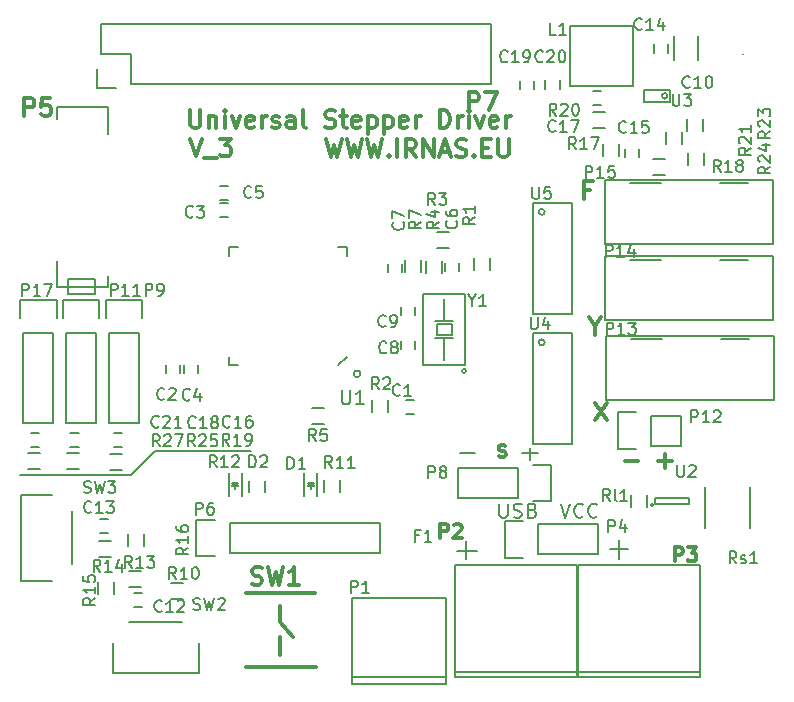
<source format=gto>
G04 #@! TF.FileFunction,Legend,Top*
%FSLAX46Y46*%
G04 Gerber Fmt 4.6, Leading zero omitted, Abs format (unit mm)*
G04 Created by KiCad (PCBNEW 4.0.2-stable) date 4/21/2016 11:26:25 AM*
%MOMM*%
G01*
G04 APERTURE LIST*
%ADD10C,0.100000*%
%ADD11C,0.300000*%
%ADD12C,0.200000*%
%ADD13C,0.150000*%
G04 APERTURE END LIST*
D10*
D11*
X16756286Y47049429D02*
X17256286Y45549429D01*
X17756286Y47049429D01*
X17899143Y45406571D02*
X19042000Y45406571D01*
X19256286Y47049429D02*
X20184857Y47049429D01*
X19684857Y46478000D01*
X19899143Y46478000D01*
X20042000Y46406571D01*
X20113429Y46335143D01*
X20184857Y46192286D01*
X20184857Y45835143D01*
X20113429Y45692286D01*
X20042000Y45620857D01*
X19899143Y45549429D01*
X19470571Y45549429D01*
X19327714Y45620857D01*
X19256286Y45692286D01*
X28282285Y46985929D02*
X28639428Y45485929D01*
X28925142Y46557357D01*
X29210856Y45485929D01*
X29567999Y46985929D01*
X29996571Y46985929D02*
X30353714Y45485929D01*
X30639428Y46557357D01*
X30925142Y45485929D01*
X31282285Y46985929D01*
X31710857Y46985929D02*
X32068000Y45485929D01*
X32353714Y46557357D01*
X32639428Y45485929D01*
X32996571Y46985929D01*
X33568000Y45628786D02*
X33639428Y45557357D01*
X33568000Y45485929D01*
X33496571Y45557357D01*
X33568000Y45628786D01*
X33568000Y45485929D01*
X34282286Y45485929D02*
X34282286Y46985929D01*
X35853715Y45485929D02*
X35353715Y46200214D01*
X34996572Y45485929D02*
X34996572Y46985929D01*
X35568000Y46985929D01*
X35710858Y46914500D01*
X35782286Y46843071D01*
X35853715Y46700214D01*
X35853715Y46485929D01*
X35782286Y46343071D01*
X35710858Y46271643D01*
X35568000Y46200214D01*
X34996572Y46200214D01*
X36496572Y45485929D02*
X36496572Y46985929D01*
X37353715Y45485929D01*
X37353715Y46985929D01*
X37996572Y45914500D02*
X38710858Y45914500D01*
X37853715Y45485929D02*
X38353715Y46985929D01*
X38853715Y45485929D01*
X39282286Y45557357D02*
X39496572Y45485929D01*
X39853715Y45485929D01*
X39996572Y45557357D01*
X40068001Y45628786D01*
X40139429Y45771643D01*
X40139429Y45914500D01*
X40068001Y46057357D01*
X39996572Y46128786D01*
X39853715Y46200214D01*
X39568001Y46271643D01*
X39425143Y46343071D01*
X39353715Y46414500D01*
X39282286Y46557357D01*
X39282286Y46700214D01*
X39353715Y46843071D01*
X39425143Y46914500D01*
X39568001Y46985929D01*
X39925143Y46985929D01*
X40139429Y46914500D01*
X40782286Y45628786D02*
X40853714Y45557357D01*
X40782286Y45485929D01*
X40710857Y45557357D01*
X40782286Y45628786D01*
X40782286Y45485929D01*
X41496572Y46271643D02*
X41996572Y46271643D01*
X42210858Y45485929D02*
X41496572Y45485929D01*
X41496572Y46985929D01*
X42210858Y46985929D01*
X42853715Y46985929D02*
X42853715Y45771643D01*
X42925143Y45628786D01*
X42996572Y45557357D01*
X43139429Y45485929D01*
X43425143Y45485929D01*
X43568001Y45557357D01*
X43639429Y45628786D01*
X43710858Y45771643D01*
X43710858Y46985929D01*
X16761716Y49462429D02*
X16761716Y48248143D01*
X16833144Y48105286D01*
X16904573Y48033857D01*
X17047430Y47962429D01*
X17333144Y47962429D01*
X17476002Y48033857D01*
X17547430Y48105286D01*
X17618859Y48248143D01*
X17618859Y49462429D01*
X18333145Y48962429D02*
X18333145Y47962429D01*
X18333145Y48819571D02*
X18404573Y48891000D01*
X18547431Y48962429D01*
X18761716Y48962429D01*
X18904573Y48891000D01*
X18976002Y48748143D01*
X18976002Y47962429D01*
X19690288Y47962429D02*
X19690288Y48962429D01*
X19690288Y49462429D02*
X19618859Y49391000D01*
X19690288Y49319571D01*
X19761716Y49391000D01*
X19690288Y49462429D01*
X19690288Y49319571D01*
X20261717Y48962429D02*
X20618860Y47962429D01*
X20976002Y48962429D01*
X22118859Y48033857D02*
X21976002Y47962429D01*
X21690288Y47962429D01*
X21547431Y48033857D01*
X21476002Y48176714D01*
X21476002Y48748143D01*
X21547431Y48891000D01*
X21690288Y48962429D01*
X21976002Y48962429D01*
X22118859Y48891000D01*
X22190288Y48748143D01*
X22190288Y48605286D01*
X21476002Y48462429D01*
X22833145Y47962429D02*
X22833145Y48962429D01*
X22833145Y48676714D02*
X22904573Y48819571D01*
X22976002Y48891000D01*
X23118859Y48962429D01*
X23261716Y48962429D01*
X23690287Y48033857D02*
X23833144Y47962429D01*
X24118859Y47962429D01*
X24261716Y48033857D01*
X24333144Y48176714D01*
X24333144Y48248143D01*
X24261716Y48391000D01*
X24118859Y48462429D01*
X23904573Y48462429D01*
X23761716Y48533857D01*
X23690287Y48676714D01*
X23690287Y48748143D01*
X23761716Y48891000D01*
X23904573Y48962429D01*
X24118859Y48962429D01*
X24261716Y48891000D01*
X25618859Y47962429D02*
X25618859Y48748143D01*
X25547430Y48891000D01*
X25404573Y48962429D01*
X25118859Y48962429D01*
X24976002Y48891000D01*
X25618859Y48033857D02*
X25476002Y47962429D01*
X25118859Y47962429D01*
X24976002Y48033857D01*
X24904573Y48176714D01*
X24904573Y48319571D01*
X24976002Y48462429D01*
X25118859Y48533857D01*
X25476002Y48533857D01*
X25618859Y48605286D01*
X26547431Y47962429D02*
X26404573Y48033857D01*
X26333145Y48176714D01*
X26333145Y49462429D01*
X28190287Y48033857D02*
X28404573Y47962429D01*
X28761716Y47962429D01*
X28904573Y48033857D01*
X28976002Y48105286D01*
X29047430Y48248143D01*
X29047430Y48391000D01*
X28976002Y48533857D01*
X28904573Y48605286D01*
X28761716Y48676714D01*
X28476002Y48748143D01*
X28333144Y48819571D01*
X28261716Y48891000D01*
X28190287Y49033857D01*
X28190287Y49176714D01*
X28261716Y49319571D01*
X28333144Y49391000D01*
X28476002Y49462429D01*
X28833144Y49462429D01*
X29047430Y49391000D01*
X29476001Y48962429D02*
X30047430Y48962429D01*
X29690287Y49462429D02*
X29690287Y48176714D01*
X29761715Y48033857D01*
X29904573Y47962429D01*
X30047430Y47962429D01*
X31118858Y48033857D02*
X30976001Y47962429D01*
X30690287Y47962429D01*
X30547430Y48033857D01*
X30476001Y48176714D01*
X30476001Y48748143D01*
X30547430Y48891000D01*
X30690287Y48962429D01*
X30976001Y48962429D01*
X31118858Y48891000D01*
X31190287Y48748143D01*
X31190287Y48605286D01*
X30476001Y48462429D01*
X31833144Y48962429D02*
X31833144Y47462429D01*
X31833144Y48891000D02*
X31976001Y48962429D01*
X32261715Y48962429D01*
X32404572Y48891000D01*
X32476001Y48819571D01*
X32547430Y48676714D01*
X32547430Y48248143D01*
X32476001Y48105286D01*
X32404572Y48033857D01*
X32261715Y47962429D01*
X31976001Y47962429D01*
X31833144Y48033857D01*
X33190287Y48962429D02*
X33190287Y47462429D01*
X33190287Y48891000D02*
X33333144Y48962429D01*
X33618858Y48962429D01*
X33761715Y48891000D01*
X33833144Y48819571D01*
X33904573Y48676714D01*
X33904573Y48248143D01*
X33833144Y48105286D01*
X33761715Y48033857D01*
X33618858Y47962429D01*
X33333144Y47962429D01*
X33190287Y48033857D01*
X35118858Y48033857D02*
X34976001Y47962429D01*
X34690287Y47962429D01*
X34547430Y48033857D01*
X34476001Y48176714D01*
X34476001Y48748143D01*
X34547430Y48891000D01*
X34690287Y48962429D01*
X34976001Y48962429D01*
X35118858Y48891000D01*
X35190287Y48748143D01*
X35190287Y48605286D01*
X34476001Y48462429D01*
X35833144Y47962429D02*
X35833144Y48962429D01*
X35833144Y48676714D02*
X35904572Y48819571D01*
X35976001Y48891000D01*
X36118858Y48962429D01*
X36261715Y48962429D01*
X37904572Y47962429D02*
X37904572Y49462429D01*
X38261715Y49462429D01*
X38476000Y49391000D01*
X38618858Y49248143D01*
X38690286Y49105286D01*
X38761715Y48819571D01*
X38761715Y48605286D01*
X38690286Y48319571D01*
X38618858Y48176714D01*
X38476000Y48033857D01*
X38261715Y47962429D01*
X37904572Y47962429D01*
X39404572Y47962429D02*
X39404572Y48962429D01*
X39404572Y48676714D02*
X39476000Y48819571D01*
X39547429Y48891000D01*
X39690286Y48962429D01*
X39833143Y48962429D01*
X40333143Y47962429D02*
X40333143Y48962429D01*
X40333143Y49462429D02*
X40261714Y49391000D01*
X40333143Y49319571D01*
X40404571Y49391000D01*
X40333143Y49462429D01*
X40333143Y49319571D01*
X40904572Y48962429D02*
X41261715Y47962429D01*
X41618857Y48962429D01*
X42761714Y48033857D02*
X42618857Y47962429D01*
X42333143Y47962429D01*
X42190286Y48033857D01*
X42118857Y48176714D01*
X42118857Y48748143D01*
X42190286Y48891000D01*
X42333143Y48962429D01*
X42618857Y48962429D01*
X42761714Y48891000D01*
X42833143Y48748143D01*
X42833143Y48605286D01*
X42118857Y48462429D01*
X43476000Y47962429D02*
X43476000Y48962429D01*
X43476000Y48676714D02*
X43547428Y48819571D01*
X43618857Y48891000D01*
X43761714Y48962429D01*
X43904571Y48962429D01*
X53530572Y19768357D02*
X54673429Y19768357D01*
X56388072Y19768357D02*
X57530929Y19768357D01*
X56959500Y19196929D02*
X56959500Y20339786D01*
D12*
X48120501Y16151143D02*
X48520501Y14951143D01*
X48920501Y16151143D01*
X50006215Y15065429D02*
X49949072Y15008286D01*
X49777643Y14951143D01*
X49663357Y14951143D01*
X49491929Y15008286D01*
X49377643Y15122571D01*
X49320500Y15236857D01*
X49263357Y15465429D01*
X49263357Y15636857D01*
X49320500Y15865429D01*
X49377643Y15979714D01*
X49491929Y16094000D01*
X49663357Y16151143D01*
X49777643Y16151143D01*
X49949072Y16094000D01*
X50006215Y16036857D01*
X51206215Y15065429D02*
X51149072Y15008286D01*
X50977643Y14951143D01*
X50863357Y14951143D01*
X50691929Y15008286D01*
X50577643Y15122571D01*
X50520500Y15236857D01*
X50463357Y15465429D01*
X50463357Y15636857D01*
X50520500Y15865429D01*
X50577643Y15979714D01*
X50691929Y16094000D01*
X50863357Y16151143D01*
X50977643Y16151143D01*
X51149072Y16094000D01*
X51206215Y16036857D01*
X42935714Y16151143D02*
X42935714Y15179714D01*
X42992857Y15065429D01*
X43050000Y15008286D01*
X43164286Y14951143D01*
X43392857Y14951143D01*
X43507143Y15008286D01*
X43564286Y15065429D01*
X43621429Y15179714D01*
X43621429Y16151143D01*
X44135714Y15008286D02*
X44307143Y14951143D01*
X44592857Y14951143D01*
X44707143Y15008286D01*
X44764286Y15065429D01*
X44821429Y15179714D01*
X44821429Y15294000D01*
X44764286Y15408286D01*
X44707143Y15465429D01*
X44592857Y15522571D01*
X44364286Y15579714D01*
X44250000Y15636857D01*
X44192857Y15694000D01*
X44135714Y15808286D01*
X44135714Y15922571D01*
X44192857Y16036857D01*
X44250000Y16094000D01*
X44364286Y16151143D01*
X44650000Y16151143D01*
X44821429Y16094000D01*
X45735714Y15579714D02*
X45907143Y15522571D01*
X45964286Y15465429D01*
X46021429Y15351143D01*
X46021429Y15179714D01*
X45964286Y15065429D01*
X45907143Y15008286D01*
X45792857Y14951143D01*
X45335714Y14951143D01*
X45335714Y16151143D01*
X45735714Y16151143D01*
X45850000Y16094000D01*
X45907143Y16036857D01*
X45964286Y15922571D01*
X45964286Y15808286D01*
X45907143Y15694000D01*
X45850000Y15636857D01*
X45735714Y15579714D01*
X45335714Y15579714D01*
D11*
X42858571Y20157357D02*
X43001428Y20085929D01*
X43287143Y20085929D01*
X43430000Y20157357D01*
X43501428Y20300214D01*
X43501428Y20371643D01*
X43430000Y20514500D01*
X43287143Y20585929D01*
X43072857Y20585929D01*
X42930000Y20657357D01*
X42858571Y20800214D01*
X42858571Y20871643D01*
X42930000Y21014500D01*
X43072857Y21085929D01*
X43287143Y21085929D01*
X43430000Y21014500D01*
D12*
X39560500Y20447000D02*
X40894000Y20447000D01*
X44831000Y20447000D02*
X46164500Y20447000D01*
X45529500Y20891500D02*
X45529500Y19875500D01*
D11*
X50998501Y24697429D02*
X51998501Y23197429D01*
X51998501Y24697429D02*
X50998501Y23197429D01*
X51054000Y31150714D02*
X51054000Y30436429D01*
X50554000Y31936429D02*
X51054000Y31150714D01*
X51554000Y31936429D01*
X50633286Y42715643D02*
X50133286Y42715643D01*
X50133286Y41929929D02*
X50133286Y43429929D01*
X50847572Y43429929D01*
D12*
X40132000Y13017500D02*
X40132000Y11430000D01*
X39306500Y12128500D02*
X41021000Y12128500D01*
X53086000Y13081000D02*
X53086000Y11493500D01*
X52324000Y12319000D02*
X53848000Y12319000D01*
X59499500Y12192000D02*
X59499500Y12128500D01*
X13779500Y20637500D02*
X21907500Y20637500D01*
X11747500Y18605500D02*
X2349500Y18605500D01*
X13779500Y20637500D02*
X11747500Y18605500D01*
X63589500Y54192500D02*
X63589500Y54256000D01*
D13*
X34982000Y24947500D02*
X35682000Y24947500D01*
X35682000Y23747500D02*
X34982000Y23747500D01*
X14703500Y27209000D02*
X14703500Y27909000D01*
X15903500Y27909000D02*
X15903500Y27209000D01*
X19234000Y41584500D02*
X19934000Y41584500D01*
X19934000Y40384500D02*
X19234000Y40384500D01*
X16227500Y27209000D02*
X16227500Y27909000D01*
X17427500Y27909000D02*
X17427500Y27209000D01*
X19234000Y43045000D02*
X19934000Y43045000D01*
X19934000Y41845000D02*
X19234000Y41845000D01*
X39488000Y36508500D02*
X39488000Y35808500D01*
X38288000Y35808500D02*
X38288000Y36508500D01*
X33462000Y35745000D02*
X33462000Y36445000D01*
X34662000Y36445000D02*
X34662000Y35745000D01*
X35805000Y29904500D02*
X35805000Y29204500D01*
X34605000Y29204500D02*
X34605000Y29904500D01*
X34605000Y32125500D02*
X34605000Y32825500D01*
X35805000Y32825500D02*
X35805000Y32125500D01*
X12695000Y7428000D02*
X11995000Y7428000D01*
X11995000Y8628000D02*
X12695000Y8628000D01*
X9074000Y14851000D02*
X9774000Y14851000D01*
X9774000Y13651000D02*
X9074000Y13651000D01*
X56004500Y54337800D02*
X56004500Y55037800D01*
X57204500Y55037800D02*
X57204500Y54337800D01*
X54728000Y46160500D02*
X54728000Y45460500D01*
X53528000Y45460500D02*
X53528000Y46160500D01*
X10280500Y22153500D02*
X10980500Y22153500D01*
X10980500Y20953500D02*
X10280500Y20953500D01*
X51557000Y49909500D02*
X50857000Y49909500D01*
X50857000Y51109500D02*
X51557000Y51109500D01*
X6597500Y22153500D02*
X7297500Y22153500D01*
X7297500Y20953500D02*
X6597500Y20953500D01*
X45891340Y51966940D02*
X45891340Y51266940D01*
X44691340Y51266940D02*
X44691340Y51966940D01*
X48024940Y51997420D02*
X48024940Y51297420D01*
X46824940Y51297420D02*
X46824940Y51997420D01*
X3232000Y22153500D02*
X3932000Y22153500D01*
X3932000Y20953500D02*
X3232000Y20953500D01*
X26400000Y18716500D02*
X26400000Y16816500D01*
X27500000Y18716500D02*
X27500000Y16816500D01*
X26950000Y17816500D02*
X26950000Y17366500D01*
X27200000Y17866500D02*
X26700000Y17866500D01*
X26950000Y17866500D02*
X27200000Y17616500D01*
X27200000Y17616500D02*
X26700000Y17616500D01*
X26700000Y17616500D02*
X26950000Y17866500D01*
X20022060Y18719040D02*
X20022060Y16819040D01*
X21122060Y18719040D02*
X21122060Y16819040D01*
X20572060Y17819040D02*
X20572060Y17369040D01*
X20822060Y17869040D02*
X20322060Y17869040D01*
X20572060Y17869040D02*
X20822060Y17619040D01*
X20822060Y17619040D02*
X20322060Y17619040D01*
X20322060Y17619040D02*
X20572060Y17869040D01*
X54211820Y56331180D02*
X54211820Y56585180D01*
X54211820Y56585180D02*
X53957820Y56585180D01*
X49131820Y56585180D02*
X48877820Y56585180D01*
X48877820Y56585180D02*
X48877820Y56331180D01*
X49131820Y51505180D02*
X48877820Y51505180D01*
X48877820Y51505180D02*
X48877820Y51759180D01*
X54211820Y51759180D02*
X54211820Y51505180D01*
X54211820Y51505180D02*
X53957820Y51505180D01*
X53957820Y51505180D02*
X49131820Y51505180D01*
X48877820Y51759180D02*
X48877820Y56331180D01*
X49131820Y56585180D02*
X53957820Y56585180D01*
X54211820Y56331180D02*
X54211820Y51759180D01*
X30443000Y848500D02*
X38443000Y848500D01*
X30443000Y8168500D02*
X38443000Y8168500D01*
X38443000Y8168500D02*
X38443000Y848500D01*
X38443000Y1468500D02*
X30443000Y1468500D01*
X30443000Y848500D02*
X30443000Y8168500D01*
D12*
X39182000Y1936500D02*
X49482000Y1936500D01*
X39182000Y1436500D02*
X49482000Y1436500D01*
X49482000Y10936500D02*
X39182000Y10936500D01*
X39182000Y10936500D02*
X39182000Y1436500D01*
X49482000Y10936500D02*
X49482000Y1436500D01*
X49596000Y1936500D02*
X59896000Y1936500D01*
X49596000Y1436500D02*
X59896000Y1436500D01*
X59896000Y10936500D02*
X49596000Y10936500D01*
X49596000Y10936500D02*
X49596000Y1436500D01*
X59896000Y10936500D02*
X59896000Y1436500D01*
D13*
X46231140Y11858320D02*
X51311140Y11858320D01*
X51311140Y11858320D02*
X51311140Y14398320D01*
X51311140Y14398320D02*
X46231140Y14398320D01*
X43411140Y14678320D02*
X44961140Y14678320D01*
X46231140Y14398320D02*
X46231140Y11858320D01*
X44961140Y11578320D02*
X43411140Y11578320D01*
X43411140Y11578320D02*
X43411140Y14678320D01*
X5487000Y48731500D02*
X5487000Y49747500D01*
X5487000Y49747500D02*
X9805000Y49747500D01*
X9805000Y47461500D02*
X9805000Y49747500D01*
X6376000Y34507500D02*
X6376000Y35142500D01*
X6376000Y35142500D02*
X8662000Y35142500D01*
X8662000Y35142500D02*
X8662000Y33872500D01*
X8662000Y33872500D02*
X6376000Y33872500D01*
X6376000Y33872500D02*
X6376000Y34507500D01*
X9805000Y35396500D02*
X9805000Y34507500D01*
X9805000Y34507500D02*
X5487000Y34507500D01*
X5487000Y34507500D02*
X5487000Y36666500D01*
X20092000Y14505000D02*
X32792000Y14505000D01*
X32792000Y14505000D02*
X32792000Y11965000D01*
X32792000Y11965000D02*
X20092000Y11965000D01*
X17272000Y14785000D02*
X18822000Y14785000D01*
X20092000Y14505000D02*
X20092000Y11965000D01*
X18822000Y11685000D02*
X17272000Y11685000D01*
X17272000Y11685000D02*
X17272000Y14785000D01*
X9170000Y56732500D02*
X42190000Y56732500D01*
X11710000Y51652500D02*
X42190000Y51652500D01*
X42190000Y56732500D02*
X42190000Y51652500D01*
X9170000Y56732500D02*
X9170000Y54192500D01*
X8890000Y52922500D02*
X8890000Y51372500D01*
X9170000Y54192500D02*
X11710000Y54192500D01*
X11710000Y54192500D02*
X11710000Y51652500D01*
X8890000Y51372500D02*
X10440000Y51372500D01*
X44513500Y19177000D02*
X39433500Y19177000D01*
X39433500Y19177000D02*
X39433500Y16637000D01*
X39433500Y16637000D02*
X44513500Y16637000D01*
X47333500Y16357000D02*
X45783500Y16357000D01*
X44513500Y16637000D02*
X44513500Y19177000D01*
X45783500Y19457000D02*
X47333500Y19457000D01*
X47333500Y19457000D02*
X47333500Y16357000D01*
X9868500Y30570500D02*
X9868500Y22950500D01*
X12408500Y30570500D02*
X12408500Y22950500D01*
X12688500Y33390500D02*
X12688500Y31840500D01*
X9868500Y22950500D02*
X12408500Y22950500D01*
X12408500Y30570500D02*
X9868500Y30570500D01*
X9588500Y31840500D02*
X9588500Y33390500D01*
X9588500Y33390500D02*
X12688500Y33390500D01*
X6249000Y30570500D02*
X6249000Y22950500D01*
X8789000Y30570500D02*
X8789000Y22950500D01*
X9069000Y33390500D02*
X9069000Y31840500D01*
X6249000Y22950500D02*
X8789000Y22950500D01*
X8789000Y30570500D02*
X6249000Y30570500D01*
X5969000Y31840500D02*
X5969000Y33390500D01*
X5969000Y33390500D02*
X9069000Y33390500D01*
X55753600Y23610900D02*
X58293600Y23610900D01*
X52933600Y23890900D02*
X54483600Y23890900D01*
X55753600Y23610900D02*
X55753600Y21070900D01*
X54483600Y20790900D02*
X52933600Y20790900D01*
X52933600Y20790900D02*
X52933600Y23890900D01*
X55753600Y21070900D02*
X58293600Y21070900D01*
X58293600Y21070900D02*
X58293600Y23610900D01*
X64102600Y30049500D02*
X61702600Y30049500D01*
X54102600Y30049500D02*
X56702600Y30049500D01*
X66212600Y30349500D02*
X66212600Y24949500D01*
X51992600Y30349500D02*
X66212600Y30349500D01*
X66212600Y24949500D02*
X51992600Y24949500D01*
X51992600Y30349500D02*
X51992600Y24949500D01*
X64001000Y36780500D02*
X61601000Y36780500D01*
X54001000Y36780500D02*
X56601000Y36780500D01*
X66111000Y37080500D02*
X66111000Y31680500D01*
X51891000Y37080500D02*
X66111000Y37080500D01*
X66111000Y31680500D02*
X51891000Y31680500D01*
X51891000Y37080500D02*
X51891000Y31680500D01*
X64001000Y43257500D02*
X61601000Y43257500D01*
X54001000Y43257500D02*
X56601000Y43257500D01*
X66111000Y43557500D02*
X66111000Y38157500D01*
X51891000Y43557500D02*
X66111000Y43557500D01*
X66111000Y38157500D02*
X51891000Y38157500D01*
X51891000Y43557500D02*
X51891000Y38157500D01*
X2629500Y30570500D02*
X2629500Y22950500D01*
X5169500Y30570500D02*
X5169500Y22950500D01*
X5449500Y33390500D02*
X5449500Y31840500D01*
X2629500Y22950500D02*
X5169500Y22950500D01*
X5169500Y30570500D02*
X2629500Y30570500D01*
X2349500Y31840500D02*
X2349500Y33390500D01*
X2349500Y33390500D02*
X5449500Y33390500D01*
X42103000Y36912500D02*
X42103000Y35912500D01*
X40753000Y35912500D02*
X40753000Y36912500D01*
X32154500Y23947500D02*
X32154500Y24947500D01*
X33504500Y24947500D02*
X33504500Y23947500D01*
X37626000Y39119500D02*
X38626000Y39119500D01*
X38626000Y37769500D02*
X37626000Y37769500D01*
X38039000Y36658500D02*
X38039000Y35658500D01*
X36689000Y35658500D02*
X36689000Y36658500D01*
X27085000Y24260500D02*
X28085000Y24260500D01*
X28085000Y22910500D02*
X27085000Y22910500D01*
X34911000Y35785500D02*
X34911000Y36785500D01*
X36261000Y36785500D02*
X36261000Y35785500D01*
X16147000Y8115000D02*
X15147000Y8115000D01*
X15147000Y9465000D02*
X16147000Y9465000D01*
X28116500Y17116500D02*
X28116500Y18116500D01*
X29466500Y18116500D02*
X29466500Y17116500D01*
X23078400Y18096180D02*
X23078400Y17096180D01*
X21728400Y17096180D02*
X21728400Y18096180D01*
X12591000Y9131000D02*
X11591000Y9131000D01*
X11591000Y10481000D02*
X12591000Y10481000D01*
X9051000Y13021000D02*
X10051000Y13021000D01*
X10051000Y11671000D02*
X9051000Y11671000D01*
X8939500Y8480500D02*
X8939500Y9480500D01*
X10289500Y9480500D02*
X10289500Y8480500D01*
X12829500Y13608000D02*
X12829500Y12608000D01*
X11479500Y12608000D02*
X11479500Y13608000D01*
X53025000Y46564500D02*
X53025000Y45564500D01*
X51675000Y45564500D02*
X51675000Y46564500D01*
X55914000Y45342500D02*
X56914000Y45342500D01*
X56914000Y43992500D02*
X55914000Y43992500D01*
X9940000Y20387000D02*
X10940000Y20387000D01*
X10940000Y19037000D02*
X9940000Y19037000D01*
X51834000Y47929500D02*
X50834000Y47929500D01*
X50834000Y49279500D02*
X51834000Y49279500D01*
X58359000Y47580500D02*
X58359000Y46580500D01*
X57009000Y46580500D02*
X57009000Y47580500D01*
X60137000Y48723500D02*
X60137000Y47723500D01*
X58787000Y47723500D02*
X58787000Y48723500D01*
X60264000Y45802500D02*
X60264000Y44802500D01*
X58914000Y44802500D02*
X58914000Y45802500D01*
X6320500Y20450500D02*
X7320500Y20450500D01*
X7320500Y19100500D02*
X6320500Y19100500D01*
X3018500Y20450500D02*
X4018500Y20450500D01*
X4018500Y19100500D02*
X3018500Y19100500D01*
X55438000Y16846500D02*
X55438000Y15846500D01*
X54088000Y15846500D02*
X54088000Y16846500D01*
X60376400Y17565700D02*
X60376400Y14111300D01*
X64135600Y17565700D02*
X64135600Y14111300D01*
X31170981Y27141500D02*
G75*
G03X31170981Y27141500I-283981J0D01*
G01*
X30045000Y28606500D02*
X29295000Y27856500D01*
X20795000Y27856500D02*
X20045000Y27856500D01*
X20045000Y27856500D02*
X20045000Y28606500D01*
X29295000Y37856500D02*
X30045000Y37856500D01*
X30045000Y37856500D02*
X30045000Y37106500D01*
X20795000Y37856500D02*
X20045000Y37856500D01*
X20045000Y37856500D02*
X20045000Y37106500D01*
X55957000Y16046500D02*
G75*
G03X55957000Y16046500I-100000J0D01*
G01*
X56107000Y16596500D02*
X56107000Y16096500D01*
X59007000Y16596500D02*
X56107000Y16596500D01*
X59007000Y16096500D02*
X59007000Y16596500D01*
X56107000Y16096500D02*
X59007000Y16096500D01*
X57149467Y50677140D02*
G75*
G03X57149467Y50677140I-230007J0D01*
G01*
X57351260Y51210540D02*
X55166860Y51210540D01*
X55166860Y51210540D02*
X55166860Y50143740D01*
X55166860Y50143740D02*
X57351260Y50143740D01*
X57351260Y50143740D02*
X57351260Y51210540D01*
X46762000Y29808500D02*
G75*
G03X46762000Y29808500I-254000J0D01*
G01*
X45746000Y30570500D02*
X45746000Y21172500D01*
X45746000Y21172500D02*
X49048000Y21172500D01*
X49048000Y21172500D02*
X49048000Y30570500D01*
X49048000Y30570500D02*
X45746000Y30570500D01*
X46762000Y40857500D02*
G75*
G03X46762000Y40857500I-254000J0D01*
G01*
X45746000Y41619500D02*
X45746000Y32221500D01*
X45746000Y32221500D02*
X49048000Y32221500D01*
X49048000Y32221500D02*
X49048000Y41619500D01*
X49048000Y41619500D02*
X45746000Y41619500D01*
X40083605Y27395500D02*
G75*
G03X40083605Y27395500I-179605J0D01*
G01*
X36475000Y27903500D02*
X36475000Y33872500D01*
X36475000Y33872500D02*
X40031000Y33872500D01*
X40031000Y33872500D02*
X40031000Y27903500D01*
X40031000Y27903500D02*
X36475000Y27903500D01*
X37618000Y30443500D02*
X38888000Y30443500D01*
X38888000Y30443500D02*
X38888000Y31332500D01*
X38888000Y31332500D02*
X37618000Y31332500D01*
X37618000Y31332500D02*
X37618000Y30443500D01*
X38253000Y31586500D02*
X38253000Y33491500D01*
X37491000Y31586500D02*
X39015000Y31586500D01*
X39015000Y30189500D02*
X38253000Y30189500D01*
X38253000Y28284500D02*
X38253000Y30189500D01*
X38253000Y30189500D02*
X37491000Y30189500D01*
X17488500Y1805000D02*
X10191500Y1805000D01*
X10191500Y1805000D02*
X10191500Y4375000D01*
X16091500Y6105000D02*
X11591500Y6105000D01*
X17488500Y1805000D02*
X17488500Y4375000D01*
X2439000Y9615500D02*
X2439000Y16912500D01*
X2439000Y16912500D02*
X5009000Y16912500D01*
X6739000Y11012500D02*
X6739000Y15512500D01*
X2439000Y9615500D02*
X5009000Y9615500D01*
D11*
X21489000Y8556500D02*
X27289000Y8556500D01*
X21489000Y2356500D02*
X27389000Y2356500D01*
X24389000Y7456500D02*
X24389000Y6156500D01*
X24389000Y6156500D02*
X25489000Y4856500D01*
X24389000Y4856500D02*
X24389000Y3356500D01*
D13*
X57712500Y55737000D02*
X57712500Y53737000D01*
X59762500Y53737000D02*
X59762500Y55737000D01*
X34504334Y25360357D02*
X34456715Y25312738D01*
X34313858Y25265119D01*
X34218620Y25265119D01*
X34075762Y25312738D01*
X33980524Y25407976D01*
X33932905Y25503214D01*
X33885286Y25693690D01*
X33885286Y25836548D01*
X33932905Y26027024D01*
X33980524Y26122262D01*
X34075762Y26217500D01*
X34218620Y26265119D01*
X34313858Y26265119D01*
X34456715Y26217500D01*
X34504334Y26169881D01*
X35456715Y25265119D02*
X34885286Y25265119D01*
X35171000Y25265119D02*
X35171000Y26265119D01*
X35075762Y26122262D01*
X34980524Y26027024D01*
X34885286Y25979405D01*
X14565334Y25042857D02*
X14517715Y24995238D01*
X14374858Y24947619D01*
X14279620Y24947619D01*
X14136762Y24995238D01*
X14041524Y25090476D01*
X13993905Y25185714D01*
X13946286Y25376190D01*
X13946286Y25519048D01*
X13993905Y25709524D01*
X14041524Y25804762D01*
X14136762Y25900000D01*
X14279620Y25947619D01*
X14374858Y25947619D01*
X14517715Y25900000D01*
X14565334Y25852381D01*
X14946286Y25852381D02*
X14993905Y25900000D01*
X15089143Y25947619D01*
X15327239Y25947619D01*
X15422477Y25900000D01*
X15470096Y25852381D01*
X15517715Y25757143D01*
X15517715Y25661905D01*
X15470096Y25519048D01*
X14898667Y24947619D01*
X15517715Y24947619D01*
X16978334Y40473357D02*
X16930715Y40425738D01*
X16787858Y40378119D01*
X16692620Y40378119D01*
X16549762Y40425738D01*
X16454524Y40520976D01*
X16406905Y40616214D01*
X16359286Y40806690D01*
X16359286Y40949548D01*
X16406905Y41140024D01*
X16454524Y41235262D01*
X16549762Y41330500D01*
X16692620Y41378119D01*
X16787858Y41378119D01*
X16930715Y41330500D01*
X16978334Y41282881D01*
X17311667Y41378119D02*
X17930715Y41378119D01*
X17597381Y40997167D01*
X17740239Y40997167D01*
X17835477Y40949548D01*
X17883096Y40901929D01*
X17930715Y40806690D01*
X17930715Y40568595D01*
X17883096Y40473357D01*
X17835477Y40425738D01*
X17740239Y40378119D01*
X17454524Y40378119D01*
X17359286Y40425738D01*
X17311667Y40473357D01*
X16724334Y24979357D02*
X16676715Y24931738D01*
X16533858Y24884119D01*
X16438620Y24884119D01*
X16295762Y24931738D01*
X16200524Y25026976D01*
X16152905Y25122214D01*
X16105286Y25312690D01*
X16105286Y25455548D01*
X16152905Y25646024D01*
X16200524Y25741262D01*
X16295762Y25836500D01*
X16438620Y25884119D01*
X16533858Y25884119D01*
X16676715Y25836500D01*
X16724334Y25788881D01*
X17581477Y25550786D02*
X17581477Y24884119D01*
X17343381Y25931738D02*
X17105286Y25217452D01*
X17724334Y25217452D01*
X21931334Y42124357D02*
X21883715Y42076738D01*
X21740858Y42029119D01*
X21645620Y42029119D01*
X21502762Y42076738D01*
X21407524Y42171976D01*
X21359905Y42267214D01*
X21312286Y42457690D01*
X21312286Y42600548D01*
X21359905Y42791024D01*
X21407524Y42886262D01*
X21502762Y42981500D01*
X21645620Y43029119D01*
X21740858Y43029119D01*
X21883715Y42981500D01*
X21931334Y42933881D01*
X22836096Y43029119D02*
X22359905Y43029119D01*
X22312286Y42552929D01*
X22359905Y42600548D01*
X22455143Y42648167D01*
X22693239Y42648167D01*
X22788477Y42600548D01*
X22836096Y42552929D01*
X22883715Y42457690D01*
X22883715Y42219595D01*
X22836096Y42124357D01*
X22788477Y42076738D01*
X22693239Y42029119D01*
X22455143Y42029119D01*
X22359905Y42076738D01*
X22312286Y42124357D01*
X39282643Y40092334D02*
X39330262Y40044715D01*
X39377881Y39901858D01*
X39377881Y39806620D01*
X39330262Y39663762D01*
X39235024Y39568524D01*
X39139786Y39520905D01*
X38949310Y39473286D01*
X38806452Y39473286D01*
X38615976Y39520905D01*
X38520738Y39568524D01*
X38425500Y39663762D01*
X38377881Y39806620D01*
X38377881Y39901858D01*
X38425500Y40044715D01*
X38473119Y40092334D01*
X38377881Y40949477D02*
X38377881Y40759000D01*
X38425500Y40663762D01*
X38473119Y40616143D01*
X38615976Y40520905D01*
X38806452Y40473286D01*
X39187405Y40473286D01*
X39282643Y40520905D01*
X39330262Y40568524D01*
X39377881Y40663762D01*
X39377881Y40854239D01*
X39330262Y40949477D01*
X39282643Y40997096D01*
X39187405Y41044715D01*
X38949310Y41044715D01*
X38854071Y40997096D01*
X38806452Y40949477D01*
X38758833Y40854239D01*
X38758833Y40663762D01*
X38806452Y40568524D01*
X38854071Y40520905D01*
X38949310Y40473286D01*
X34774143Y39965334D02*
X34821762Y39917715D01*
X34869381Y39774858D01*
X34869381Y39679620D01*
X34821762Y39536762D01*
X34726524Y39441524D01*
X34631286Y39393905D01*
X34440810Y39346286D01*
X34297952Y39346286D01*
X34107476Y39393905D01*
X34012238Y39441524D01*
X33917000Y39536762D01*
X33869381Y39679620D01*
X33869381Y39774858D01*
X33917000Y39917715D01*
X33964619Y39965334D01*
X33869381Y40298667D02*
X33869381Y40965334D01*
X34869381Y40536762D01*
X33361334Y28979857D02*
X33313715Y28932238D01*
X33170858Y28884619D01*
X33075620Y28884619D01*
X32932762Y28932238D01*
X32837524Y29027476D01*
X32789905Y29122714D01*
X32742286Y29313190D01*
X32742286Y29456048D01*
X32789905Y29646524D01*
X32837524Y29741762D01*
X32932762Y29837000D01*
X33075620Y29884619D01*
X33170858Y29884619D01*
X33313715Y29837000D01*
X33361334Y29789381D01*
X33932762Y29456048D02*
X33837524Y29503667D01*
X33789905Y29551286D01*
X33742286Y29646524D01*
X33742286Y29694143D01*
X33789905Y29789381D01*
X33837524Y29837000D01*
X33932762Y29884619D01*
X34123239Y29884619D01*
X34218477Y29837000D01*
X34266096Y29789381D01*
X34313715Y29694143D01*
X34313715Y29646524D01*
X34266096Y29551286D01*
X34218477Y29503667D01*
X34123239Y29456048D01*
X33932762Y29456048D01*
X33837524Y29408429D01*
X33789905Y29360810D01*
X33742286Y29265571D01*
X33742286Y29075095D01*
X33789905Y28979857D01*
X33837524Y28932238D01*
X33932762Y28884619D01*
X34123239Y28884619D01*
X34218477Y28932238D01*
X34266096Y28979857D01*
X34313715Y29075095D01*
X34313715Y29265571D01*
X34266096Y29360810D01*
X34218477Y29408429D01*
X34123239Y29456048D01*
X33297834Y31202357D02*
X33250215Y31154738D01*
X33107358Y31107119D01*
X33012120Y31107119D01*
X32869262Y31154738D01*
X32774024Y31249976D01*
X32726405Y31345214D01*
X32678786Y31535690D01*
X32678786Y31678548D01*
X32726405Y31869024D01*
X32774024Y31964262D01*
X32869262Y32059500D01*
X33012120Y32107119D01*
X33107358Y32107119D01*
X33250215Y32059500D01*
X33297834Y32011881D01*
X33774024Y31107119D02*
X33964500Y31107119D01*
X34059739Y31154738D01*
X34107358Y31202357D01*
X34202596Y31345214D01*
X34250215Y31535690D01*
X34250215Y31916643D01*
X34202596Y32011881D01*
X34154977Y32059500D01*
X34059739Y32107119D01*
X33869262Y32107119D01*
X33774024Y32059500D01*
X33726405Y32011881D01*
X33678786Y31916643D01*
X33678786Y31678548D01*
X33726405Y31583310D01*
X33774024Y31535690D01*
X33869262Y31488071D01*
X34059739Y31488071D01*
X34154977Y31535690D01*
X34202596Y31583310D01*
X34250215Y31678548D01*
X14343143Y7072357D02*
X14295524Y7024738D01*
X14152667Y6977119D01*
X14057429Y6977119D01*
X13914571Y7024738D01*
X13819333Y7119976D01*
X13771714Y7215214D01*
X13724095Y7405690D01*
X13724095Y7548548D01*
X13771714Y7739024D01*
X13819333Y7834262D01*
X13914571Y7929500D01*
X14057429Y7977119D01*
X14152667Y7977119D01*
X14295524Y7929500D01*
X14343143Y7881881D01*
X15295524Y6977119D02*
X14724095Y6977119D01*
X15009809Y6977119D02*
X15009809Y7977119D01*
X14914571Y7834262D01*
X14819333Y7739024D01*
X14724095Y7691405D01*
X15676476Y7881881D02*
X15724095Y7929500D01*
X15819333Y7977119D01*
X16057429Y7977119D01*
X16152667Y7929500D01*
X16200286Y7881881D01*
X16247905Y7786643D01*
X16247905Y7691405D01*
X16200286Y7548548D01*
X15628857Y6977119D01*
X16247905Y6977119D01*
X8374143Y15454357D02*
X8326524Y15406738D01*
X8183667Y15359119D01*
X8088429Y15359119D01*
X7945571Y15406738D01*
X7850333Y15501976D01*
X7802714Y15597214D01*
X7755095Y15787690D01*
X7755095Y15930548D01*
X7802714Y16121024D01*
X7850333Y16216262D01*
X7945571Y16311500D01*
X8088429Y16359119D01*
X8183667Y16359119D01*
X8326524Y16311500D01*
X8374143Y16263881D01*
X9326524Y15359119D02*
X8755095Y15359119D01*
X9040809Y15359119D02*
X9040809Y16359119D01*
X8945571Y16216262D01*
X8850333Y16121024D01*
X8755095Y16073405D01*
X9659857Y16359119D02*
X10278905Y16359119D01*
X9945571Y15978167D01*
X10088429Y15978167D01*
X10183667Y15930548D01*
X10231286Y15882929D01*
X10278905Y15787690D01*
X10278905Y15549595D01*
X10231286Y15454357D01*
X10183667Y15406738D01*
X10088429Y15359119D01*
X9802714Y15359119D01*
X9707476Y15406738D01*
X9659857Y15454357D01*
X54983143Y56348357D02*
X54935524Y56300738D01*
X54792667Y56253119D01*
X54697429Y56253119D01*
X54554571Y56300738D01*
X54459333Y56395976D01*
X54411714Y56491214D01*
X54364095Y56681690D01*
X54364095Y56824548D01*
X54411714Y57015024D01*
X54459333Y57110262D01*
X54554571Y57205500D01*
X54697429Y57253119D01*
X54792667Y57253119D01*
X54935524Y57205500D01*
X54983143Y57157881D01*
X55935524Y56253119D02*
X55364095Y56253119D01*
X55649809Y56253119D02*
X55649809Y57253119D01*
X55554571Y57110262D01*
X55459333Y57015024D01*
X55364095Y56967405D01*
X56792667Y56919786D02*
X56792667Y56253119D01*
X56554571Y57300738D02*
X56316476Y56586452D01*
X56935524Y56586452D01*
X53649643Y47648857D02*
X53602024Y47601238D01*
X53459167Y47553619D01*
X53363929Y47553619D01*
X53221071Y47601238D01*
X53125833Y47696476D01*
X53078214Y47791714D01*
X53030595Y47982190D01*
X53030595Y48125048D01*
X53078214Y48315524D01*
X53125833Y48410762D01*
X53221071Y48506000D01*
X53363929Y48553619D01*
X53459167Y48553619D01*
X53602024Y48506000D01*
X53649643Y48458381D01*
X54602024Y47553619D02*
X54030595Y47553619D01*
X54316309Y47553619D02*
X54316309Y48553619D01*
X54221071Y48410762D01*
X54125833Y48315524D01*
X54030595Y48267905D01*
X55506786Y48553619D02*
X55030595Y48553619D01*
X54982976Y48077429D01*
X55030595Y48125048D01*
X55125833Y48172667D01*
X55363929Y48172667D01*
X55459167Y48125048D01*
X55506786Y48077429D01*
X55554405Y47982190D01*
X55554405Y47744095D01*
X55506786Y47648857D01*
X55459167Y47601238D01*
X55363929Y47553619D01*
X55125833Y47553619D01*
X55030595Y47601238D01*
X54982976Y47648857D01*
X20121643Y22693357D02*
X20074024Y22645738D01*
X19931167Y22598119D01*
X19835929Y22598119D01*
X19693071Y22645738D01*
X19597833Y22740976D01*
X19550214Y22836214D01*
X19502595Y23026690D01*
X19502595Y23169548D01*
X19550214Y23360024D01*
X19597833Y23455262D01*
X19693071Y23550500D01*
X19835929Y23598119D01*
X19931167Y23598119D01*
X20074024Y23550500D01*
X20121643Y23502881D01*
X21074024Y22598119D02*
X20502595Y22598119D01*
X20788309Y22598119D02*
X20788309Y23598119D01*
X20693071Y23455262D01*
X20597833Y23360024D01*
X20502595Y23312405D01*
X21931167Y23598119D02*
X21740690Y23598119D01*
X21645452Y23550500D01*
X21597833Y23502881D01*
X21502595Y23360024D01*
X21454976Y23169548D01*
X21454976Y22788595D01*
X21502595Y22693357D01*
X21550214Y22645738D01*
X21645452Y22598119D01*
X21835929Y22598119D01*
X21931167Y22645738D01*
X21978786Y22693357D01*
X22026405Y22788595D01*
X22026405Y23026690D01*
X21978786Y23121929D01*
X21931167Y23169548D01*
X21835929Y23217167D01*
X21645452Y23217167D01*
X21550214Y23169548D01*
X21502595Y23121929D01*
X21454976Y23026690D01*
X47680643Y47712357D02*
X47633024Y47664738D01*
X47490167Y47617119D01*
X47394929Y47617119D01*
X47252071Y47664738D01*
X47156833Y47759976D01*
X47109214Y47855214D01*
X47061595Y48045690D01*
X47061595Y48188548D01*
X47109214Y48379024D01*
X47156833Y48474262D01*
X47252071Y48569500D01*
X47394929Y48617119D01*
X47490167Y48617119D01*
X47633024Y48569500D01*
X47680643Y48521881D01*
X48633024Y47617119D02*
X48061595Y47617119D01*
X48347309Y47617119D02*
X48347309Y48617119D01*
X48252071Y48474262D01*
X48156833Y48379024D01*
X48061595Y48331405D01*
X48966357Y48617119D02*
X49633024Y48617119D01*
X49204452Y47617119D01*
X17200643Y22629857D02*
X17153024Y22582238D01*
X17010167Y22534619D01*
X16914929Y22534619D01*
X16772071Y22582238D01*
X16676833Y22677476D01*
X16629214Y22772714D01*
X16581595Y22963190D01*
X16581595Y23106048D01*
X16629214Y23296524D01*
X16676833Y23391762D01*
X16772071Y23487000D01*
X16914929Y23534619D01*
X17010167Y23534619D01*
X17153024Y23487000D01*
X17200643Y23439381D01*
X18153024Y22534619D02*
X17581595Y22534619D01*
X17867309Y22534619D02*
X17867309Y23534619D01*
X17772071Y23391762D01*
X17676833Y23296524D01*
X17581595Y23248905D01*
X18724452Y23106048D02*
X18629214Y23153667D01*
X18581595Y23201286D01*
X18533976Y23296524D01*
X18533976Y23344143D01*
X18581595Y23439381D01*
X18629214Y23487000D01*
X18724452Y23534619D01*
X18914929Y23534619D01*
X19010167Y23487000D01*
X19057786Y23439381D01*
X19105405Y23344143D01*
X19105405Y23296524D01*
X19057786Y23201286D01*
X19010167Y23153667D01*
X18914929Y23106048D01*
X18724452Y23106048D01*
X18629214Y23058429D01*
X18581595Y23010810D01*
X18533976Y22915571D01*
X18533976Y22725095D01*
X18581595Y22629857D01*
X18629214Y22582238D01*
X18724452Y22534619D01*
X18914929Y22534619D01*
X19010167Y22582238D01*
X19057786Y22629857D01*
X19105405Y22725095D01*
X19105405Y22915571D01*
X19057786Y23010810D01*
X19010167Y23058429D01*
X18914929Y23106048D01*
X43616643Y53617857D02*
X43569024Y53570238D01*
X43426167Y53522619D01*
X43330929Y53522619D01*
X43188071Y53570238D01*
X43092833Y53665476D01*
X43045214Y53760714D01*
X42997595Y53951190D01*
X42997595Y54094048D01*
X43045214Y54284524D01*
X43092833Y54379762D01*
X43188071Y54475000D01*
X43330929Y54522619D01*
X43426167Y54522619D01*
X43569024Y54475000D01*
X43616643Y54427381D01*
X44569024Y53522619D02*
X43997595Y53522619D01*
X44283309Y53522619D02*
X44283309Y54522619D01*
X44188071Y54379762D01*
X44092833Y54284524D01*
X43997595Y54236905D01*
X45045214Y53522619D02*
X45235690Y53522619D01*
X45330929Y53570238D01*
X45378548Y53617857D01*
X45473786Y53760714D01*
X45521405Y53951190D01*
X45521405Y54332143D01*
X45473786Y54427381D01*
X45426167Y54475000D01*
X45330929Y54522619D01*
X45140452Y54522619D01*
X45045214Y54475000D01*
X44997595Y54427381D01*
X44949976Y54332143D01*
X44949976Y54094048D01*
X44997595Y53998810D01*
X45045214Y53951190D01*
X45140452Y53903571D01*
X45330929Y53903571D01*
X45426167Y53951190D01*
X45473786Y53998810D01*
X45521405Y54094048D01*
X46601143Y53617857D02*
X46553524Y53570238D01*
X46410667Y53522619D01*
X46315429Y53522619D01*
X46172571Y53570238D01*
X46077333Y53665476D01*
X46029714Y53760714D01*
X45982095Y53951190D01*
X45982095Y54094048D01*
X46029714Y54284524D01*
X46077333Y54379762D01*
X46172571Y54475000D01*
X46315429Y54522619D01*
X46410667Y54522619D01*
X46553524Y54475000D01*
X46601143Y54427381D01*
X46982095Y54427381D02*
X47029714Y54475000D01*
X47124952Y54522619D01*
X47363048Y54522619D01*
X47458286Y54475000D01*
X47505905Y54427381D01*
X47553524Y54332143D01*
X47553524Y54236905D01*
X47505905Y54094048D01*
X46934476Y53522619D01*
X47553524Y53522619D01*
X48172571Y54522619D02*
X48267810Y54522619D01*
X48363048Y54475000D01*
X48410667Y54427381D01*
X48458286Y54332143D01*
X48505905Y54141667D01*
X48505905Y53903571D01*
X48458286Y53713095D01*
X48410667Y53617857D01*
X48363048Y53570238D01*
X48267810Y53522619D01*
X48172571Y53522619D01*
X48077333Y53570238D01*
X48029714Y53617857D01*
X47982095Y53713095D01*
X47934476Y53903571D01*
X47934476Y54141667D01*
X47982095Y54332143D01*
X48029714Y54427381D01*
X48077333Y54475000D01*
X48172571Y54522619D01*
X14089143Y22693357D02*
X14041524Y22645738D01*
X13898667Y22598119D01*
X13803429Y22598119D01*
X13660571Y22645738D01*
X13565333Y22740976D01*
X13517714Y22836214D01*
X13470095Y23026690D01*
X13470095Y23169548D01*
X13517714Y23360024D01*
X13565333Y23455262D01*
X13660571Y23550500D01*
X13803429Y23598119D01*
X13898667Y23598119D01*
X14041524Y23550500D01*
X14089143Y23502881D01*
X14470095Y23502881D02*
X14517714Y23550500D01*
X14612952Y23598119D01*
X14851048Y23598119D01*
X14946286Y23550500D01*
X14993905Y23502881D01*
X15041524Y23407643D01*
X15041524Y23312405D01*
X14993905Y23169548D01*
X14422476Y22598119D01*
X15041524Y22598119D01*
X15993905Y22598119D02*
X15422476Y22598119D01*
X15708190Y22598119D02*
X15708190Y23598119D01*
X15612952Y23455262D01*
X15517714Y23360024D01*
X15422476Y23312405D01*
X24979405Y19105619D02*
X24979405Y20105619D01*
X25217500Y20105619D01*
X25360358Y20058000D01*
X25455596Y19962762D01*
X25503215Y19867524D01*
X25550834Y19677048D01*
X25550834Y19534190D01*
X25503215Y19343714D01*
X25455596Y19248476D01*
X25360358Y19153238D01*
X25217500Y19105619D01*
X24979405Y19105619D01*
X26503215Y19105619D02*
X25931786Y19105619D01*
X26217500Y19105619D02*
X26217500Y20105619D01*
X26122262Y19962762D01*
X26027024Y19867524D01*
X25931786Y19819905D01*
X21740905Y19232619D02*
X21740905Y20232619D01*
X21979000Y20232619D01*
X22121858Y20185000D01*
X22217096Y20089762D01*
X22264715Y19994524D01*
X22312334Y19804048D01*
X22312334Y19661190D01*
X22264715Y19470714D01*
X22217096Y19375476D01*
X22121858Y19280238D01*
X21979000Y19232619D01*
X21740905Y19232619D01*
X22693286Y20137381D02*
X22740905Y20185000D01*
X22836143Y20232619D01*
X23074239Y20232619D01*
X23169477Y20185000D01*
X23217096Y20137381D01*
X23264715Y20042143D01*
X23264715Y19946905D01*
X23217096Y19804048D01*
X22645667Y19232619D01*
X23264715Y19232619D01*
X36115667Y13469929D02*
X35782333Y13469929D01*
X35782333Y12946119D02*
X35782333Y13946119D01*
X36258524Y13946119D01*
X37163286Y12946119D02*
X36591857Y12946119D01*
X36877571Y12946119D02*
X36877571Y13946119D01*
X36782333Y13803262D01*
X36687095Y13708024D01*
X36591857Y13660405D01*
X47712334Y55872119D02*
X47236143Y55872119D01*
X47236143Y56872119D01*
X48569477Y55872119D02*
X47998048Y55872119D01*
X48283762Y55872119D02*
X48283762Y56872119D01*
X48188524Y56729262D01*
X48093286Y56634024D01*
X47998048Y56586405D01*
X30376905Y8628119D02*
X30376905Y9628119D01*
X30757858Y9628119D01*
X30853096Y9580500D01*
X30900715Y9532881D01*
X30948334Y9437643D01*
X30948334Y9294786D01*
X30900715Y9199548D01*
X30853096Y9151929D01*
X30757858Y9104310D01*
X30376905Y9104310D01*
X31900715Y8628119D02*
X31329286Y8628119D01*
X31615000Y8628119D02*
X31615000Y9628119D01*
X31519762Y9485262D01*
X31424524Y9390024D01*
X31329286Y9342405D01*
D11*
X37912786Y13236643D02*
X37912786Y14436643D01*
X38369929Y14436643D01*
X38484215Y14379500D01*
X38541358Y14322357D01*
X38598501Y14208071D01*
X38598501Y14036643D01*
X38541358Y13922357D01*
X38484215Y13865214D01*
X38369929Y13808071D01*
X37912786Y13808071D01*
X39055643Y14322357D02*
X39112786Y14379500D01*
X39227072Y14436643D01*
X39512786Y14436643D01*
X39627072Y14379500D01*
X39684215Y14322357D01*
X39741358Y14208071D01*
X39741358Y14093786D01*
X39684215Y13922357D01*
X38998501Y13236643D01*
X39741358Y13236643D01*
X57788286Y11268143D02*
X57788286Y12468143D01*
X58245429Y12468143D01*
X58359715Y12411000D01*
X58416858Y12353857D01*
X58474001Y12239571D01*
X58474001Y12068143D01*
X58416858Y11953857D01*
X58359715Y11896714D01*
X58245429Y11839571D01*
X57788286Y11839571D01*
X58874001Y12468143D02*
X59616858Y12468143D01*
X59216858Y12011000D01*
X59388286Y12011000D01*
X59502572Y11953857D01*
X59559715Y11896714D01*
X59616858Y11782429D01*
X59616858Y11496714D01*
X59559715Y11382429D01*
X59502572Y11325286D01*
X59388286Y11268143D01*
X59045429Y11268143D01*
X58931143Y11325286D01*
X58874001Y11382429D01*
D13*
X52157405Y13771619D02*
X52157405Y14771619D01*
X52538358Y14771619D01*
X52633596Y14724000D01*
X52681215Y14676381D01*
X52728834Y14581143D01*
X52728834Y14438286D01*
X52681215Y14343048D01*
X52633596Y14295429D01*
X52538358Y14247810D01*
X52157405Y14247810D01*
X53585977Y14438286D02*
X53585977Y13771619D01*
X53347881Y14819238D02*
X53109786Y14104952D01*
X53728834Y14104952D01*
D11*
X2702858Y48978429D02*
X2702858Y50478429D01*
X3274286Y50478429D01*
X3417144Y50407000D01*
X3488572Y50335571D01*
X3560001Y50192714D01*
X3560001Y49978429D01*
X3488572Y49835571D01*
X3417144Y49764143D01*
X3274286Y49692714D01*
X2702858Y49692714D01*
X4917144Y50478429D02*
X4202858Y50478429D01*
X4131429Y49764143D01*
X4202858Y49835571D01*
X4345715Y49907000D01*
X4702858Y49907000D01*
X4845715Y49835571D01*
X4917144Y49764143D01*
X4988572Y49621286D01*
X4988572Y49264143D01*
X4917144Y49121286D01*
X4845715Y49049857D01*
X4702858Y48978429D01*
X4345715Y48978429D01*
X4202858Y49049857D01*
X4131429Y49121286D01*
D13*
X17232405Y15232119D02*
X17232405Y16232119D01*
X17613358Y16232119D01*
X17708596Y16184500D01*
X17756215Y16136881D01*
X17803834Y16041643D01*
X17803834Y15898786D01*
X17756215Y15803548D01*
X17708596Y15755929D01*
X17613358Y15708310D01*
X17232405Y15708310D01*
X18660977Y16232119D02*
X18470500Y16232119D01*
X18375262Y16184500D01*
X18327643Y16136881D01*
X18232405Y15994024D01*
X18184786Y15803548D01*
X18184786Y15422595D01*
X18232405Y15327357D01*
X18280024Y15279738D01*
X18375262Y15232119D01*
X18565739Y15232119D01*
X18660977Y15279738D01*
X18708596Y15327357D01*
X18756215Y15422595D01*
X18756215Y15660690D01*
X18708596Y15755929D01*
X18660977Y15803548D01*
X18565739Y15851167D01*
X18375262Y15851167D01*
X18280024Y15803548D01*
X18232405Y15755929D01*
X18184786Y15660690D01*
D11*
X40358358Y49486429D02*
X40358358Y50986429D01*
X40929786Y50986429D01*
X41072644Y50915000D01*
X41144072Y50843571D01*
X41215501Y50700714D01*
X41215501Y50486429D01*
X41144072Y50343571D01*
X41072644Y50272143D01*
X40929786Y50200714D01*
X40358358Y50200714D01*
X41715501Y50986429D02*
X42715501Y50986429D01*
X42072644Y49486429D01*
D13*
X36917405Y18343619D02*
X36917405Y19343619D01*
X37298358Y19343619D01*
X37393596Y19296000D01*
X37441215Y19248381D01*
X37488834Y19153143D01*
X37488834Y19010286D01*
X37441215Y18915048D01*
X37393596Y18867429D01*
X37298358Y18819810D01*
X36917405Y18819810D01*
X38060262Y18915048D02*
X37965024Y18962667D01*
X37917405Y19010286D01*
X37869786Y19105524D01*
X37869786Y19153143D01*
X37917405Y19248381D01*
X37965024Y19296000D01*
X38060262Y19343619D01*
X38250739Y19343619D01*
X38345977Y19296000D01*
X38393596Y19248381D01*
X38441215Y19153143D01*
X38441215Y19105524D01*
X38393596Y19010286D01*
X38345977Y18962667D01*
X38250739Y18915048D01*
X38060262Y18915048D01*
X37965024Y18867429D01*
X37917405Y18819810D01*
X37869786Y18724571D01*
X37869786Y18534095D01*
X37917405Y18438857D01*
X37965024Y18391238D01*
X38060262Y18343619D01*
X38250739Y18343619D01*
X38345977Y18391238D01*
X38393596Y18438857D01*
X38441215Y18534095D01*
X38441215Y18724571D01*
X38393596Y18819810D01*
X38345977Y18867429D01*
X38250739Y18915048D01*
X12977905Y33774119D02*
X12977905Y34774119D01*
X13358858Y34774119D01*
X13454096Y34726500D01*
X13501715Y34678881D01*
X13549334Y34583643D01*
X13549334Y34440786D01*
X13501715Y34345548D01*
X13454096Y34297929D01*
X13358858Y34250310D01*
X12977905Y34250310D01*
X14025524Y33774119D02*
X14216000Y33774119D01*
X14311239Y33821738D01*
X14358858Y33869357D01*
X14454096Y34012214D01*
X14501715Y34202690D01*
X14501715Y34583643D01*
X14454096Y34678881D01*
X14406477Y34726500D01*
X14311239Y34774119D01*
X14120762Y34774119D01*
X14025524Y34726500D01*
X13977905Y34678881D01*
X13930286Y34583643D01*
X13930286Y34345548D01*
X13977905Y34250310D01*
X14025524Y34202690D01*
X14120762Y34155071D01*
X14311239Y34155071D01*
X14406477Y34202690D01*
X14454096Y34250310D01*
X14501715Y34345548D01*
X10025214Y33774119D02*
X10025214Y34774119D01*
X10406167Y34774119D01*
X10501405Y34726500D01*
X10549024Y34678881D01*
X10596643Y34583643D01*
X10596643Y34440786D01*
X10549024Y34345548D01*
X10501405Y34297929D01*
X10406167Y34250310D01*
X10025214Y34250310D01*
X11549024Y33774119D02*
X10977595Y33774119D01*
X11263309Y33774119D02*
X11263309Y34774119D01*
X11168071Y34631262D01*
X11072833Y34536024D01*
X10977595Y34488405D01*
X12501405Y33774119D02*
X11929976Y33774119D01*
X12215690Y33774119D02*
X12215690Y34774119D01*
X12120452Y34631262D01*
X12025214Y34536024D01*
X11929976Y34488405D01*
X59174214Y23042619D02*
X59174214Y24042619D01*
X59555167Y24042619D01*
X59650405Y23995000D01*
X59698024Y23947381D01*
X59745643Y23852143D01*
X59745643Y23709286D01*
X59698024Y23614048D01*
X59650405Y23566429D01*
X59555167Y23518810D01*
X59174214Y23518810D01*
X60698024Y23042619D02*
X60126595Y23042619D01*
X60412309Y23042619D02*
X60412309Y24042619D01*
X60317071Y23899762D01*
X60221833Y23804524D01*
X60126595Y23756905D01*
X61078976Y23947381D02*
X61126595Y23995000D01*
X61221833Y24042619D01*
X61459929Y24042619D01*
X61555167Y23995000D01*
X61602786Y23947381D01*
X61650405Y23852143D01*
X61650405Y23756905D01*
X61602786Y23614048D01*
X61031357Y23042619D01*
X61650405Y23042619D01*
X51998714Y30472119D02*
X51998714Y31472119D01*
X52379667Y31472119D01*
X52474905Y31424500D01*
X52522524Y31376881D01*
X52570143Y31281643D01*
X52570143Y31138786D01*
X52522524Y31043548D01*
X52474905Y30995929D01*
X52379667Y30948310D01*
X51998714Y30948310D01*
X53522524Y30472119D02*
X52951095Y30472119D01*
X53236809Y30472119D02*
X53236809Y31472119D01*
X53141571Y31329262D01*
X53046333Y31234024D01*
X52951095Y31186405D01*
X53855857Y31472119D02*
X54474905Y31472119D01*
X54141571Y31091167D01*
X54284429Y31091167D01*
X54379667Y31043548D01*
X54427286Y30995929D01*
X54474905Y30900690D01*
X54474905Y30662595D01*
X54427286Y30567357D01*
X54379667Y30519738D01*
X54284429Y30472119D01*
X53998714Y30472119D01*
X53903476Y30519738D01*
X53855857Y30567357D01*
X51935214Y37076119D02*
X51935214Y38076119D01*
X52316167Y38076119D01*
X52411405Y38028500D01*
X52459024Y37980881D01*
X52506643Y37885643D01*
X52506643Y37742786D01*
X52459024Y37647548D01*
X52411405Y37599929D01*
X52316167Y37552310D01*
X51935214Y37552310D01*
X53459024Y37076119D02*
X52887595Y37076119D01*
X53173309Y37076119D02*
X53173309Y38076119D01*
X53078071Y37933262D01*
X52982833Y37838024D01*
X52887595Y37790405D01*
X54316167Y37742786D02*
X54316167Y37076119D01*
X54078071Y38123738D02*
X53839976Y37409452D01*
X54459024Y37409452D01*
X50220714Y43743619D02*
X50220714Y44743619D01*
X50601667Y44743619D01*
X50696905Y44696000D01*
X50744524Y44648381D01*
X50792143Y44553143D01*
X50792143Y44410286D01*
X50744524Y44315048D01*
X50696905Y44267429D01*
X50601667Y44219810D01*
X50220714Y44219810D01*
X51744524Y43743619D02*
X51173095Y43743619D01*
X51458809Y43743619D02*
X51458809Y44743619D01*
X51363571Y44600762D01*
X51268333Y44505524D01*
X51173095Y44457905D01*
X52649286Y44743619D02*
X52173095Y44743619D01*
X52125476Y44267429D01*
X52173095Y44315048D01*
X52268333Y44362667D01*
X52506429Y44362667D01*
X52601667Y44315048D01*
X52649286Y44267429D01*
X52696905Y44172190D01*
X52696905Y43934095D01*
X52649286Y43838857D01*
X52601667Y43791238D01*
X52506429Y43743619D01*
X52268333Y43743619D01*
X52173095Y43791238D01*
X52125476Y43838857D01*
X2532214Y33774119D02*
X2532214Y34774119D01*
X2913167Y34774119D01*
X3008405Y34726500D01*
X3056024Y34678881D01*
X3103643Y34583643D01*
X3103643Y34440786D01*
X3056024Y34345548D01*
X3008405Y34297929D01*
X2913167Y34250310D01*
X2532214Y34250310D01*
X4056024Y33774119D02*
X3484595Y33774119D01*
X3770309Y33774119D02*
X3770309Y34774119D01*
X3675071Y34631262D01*
X3579833Y34536024D01*
X3484595Y34488405D01*
X4389357Y34774119D02*
X5056024Y34774119D01*
X4627452Y33774119D01*
X40838381Y40409834D02*
X40362190Y40076500D01*
X40838381Y39838405D02*
X39838381Y39838405D01*
X39838381Y40219358D01*
X39886000Y40314596D01*
X39933619Y40362215D01*
X40028857Y40409834D01*
X40171714Y40409834D01*
X40266952Y40362215D01*
X40314571Y40314596D01*
X40362190Y40219358D01*
X40362190Y39838405D01*
X40838381Y41362215D02*
X40838381Y40790786D01*
X40838381Y41076500D02*
X39838381Y41076500D01*
X39981238Y40981262D01*
X40076476Y40886024D01*
X40124095Y40790786D01*
X32726334Y25836619D02*
X32393000Y26312810D01*
X32154905Y25836619D02*
X32154905Y26836619D01*
X32535858Y26836619D01*
X32631096Y26789000D01*
X32678715Y26741381D01*
X32726334Y26646143D01*
X32726334Y26503286D01*
X32678715Y26408048D01*
X32631096Y26360429D01*
X32535858Y26312810D01*
X32154905Y26312810D01*
X33107286Y26741381D02*
X33154905Y26789000D01*
X33250143Y26836619D01*
X33488239Y26836619D01*
X33583477Y26789000D01*
X33631096Y26741381D01*
X33678715Y26646143D01*
X33678715Y26550905D01*
X33631096Y26408048D01*
X33059667Y25836619D01*
X33678715Y25836619D01*
X37488834Y41457619D02*
X37155500Y41933810D01*
X36917405Y41457619D02*
X36917405Y42457619D01*
X37298358Y42457619D01*
X37393596Y42410000D01*
X37441215Y42362381D01*
X37488834Y42267143D01*
X37488834Y42124286D01*
X37441215Y42029048D01*
X37393596Y41981429D01*
X37298358Y41933810D01*
X36917405Y41933810D01*
X37822167Y42457619D02*
X38441215Y42457619D01*
X38107881Y42076667D01*
X38250739Y42076667D01*
X38345977Y42029048D01*
X38393596Y41981429D01*
X38441215Y41886190D01*
X38441215Y41648095D01*
X38393596Y41552857D01*
X38345977Y41505238D01*
X38250739Y41457619D01*
X37965024Y41457619D01*
X37869786Y41505238D01*
X37822167Y41552857D01*
X37790381Y40028834D02*
X37314190Y39695500D01*
X37790381Y39457405D02*
X36790381Y39457405D01*
X36790381Y39838358D01*
X36838000Y39933596D01*
X36885619Y39981215D01*
X36980857Y40028834D01*
X37123714Y40028834D01*
X37218952Y39981215D01*
X37266571Y39933596D01*
X37314190Y39838358D01*
X37314190Y39457405D01*
X37123714Y40885977D02*
X37790381Y40885977D01*
X36742762Y40647881D02*
X37457048Y40409786D01*
X37457048Y41028834D01*
X27392334Y21455119D02*
X27059000Y21931310D01*
X26820905Y21455119D02*
X26820905Y22455119D01*
X27201858Y22455119D01*
X27297096Y22407500D01*
X27344715Y22359881D01*
X27392334Y22264643D01*
X27392334Y22121786D01*
X27344715Y22026548D01*
X27297096Y21978929D01*
X27201858Y21931310D01*
X26820905Y21931310D01*
X28297096Y22455119D02*
X27820905Y22455119D01*
X27773286Y21978929D01*
X27820905Y22026548D01*
X27916143Y22074167D01*
X28154239Y22074167D01*
X28249477Y22026548D01*
X28297096Y21978929D01*
X28344715Y21883690D01*
X28344715Y21645595D01*
X28297096Y21550357D01*
X28249477Y21502738D01*
X28154239Y21455119D01*
X27916143Y21455119D01*
X27820905Y21502738D01*
X27773286Y21550357D01*
X36266381Y40028834D02*
X35790190Y39695500D01*
X36266381Y39457405D02*
X35266381Y39457405D01*
X35266381Y39838358D01*
X35314000Y39933596D01*
X35361619Y39981215D01*
X35456857Y40028834D01*
X35599714Y40028834D01*
X35694952Y39981215D01*
X35742571Y39933596D01*
X35790190Y39838358D01*
X35790190Y39457405D01*
X35266381Y40362167D02*
X35266381Y41028834D01*
X36266381Y40600262D01*
X15549643Y9771119D02*
X15216309Y10247310D01*
X14978214Y9771119D02*
X14978214Y10771119D01*
X15359167Y10771119D01*
X15454405Y10723500D01*
X15502024Y10675881D01*
X15549643Y10580643D01*
X15549643Y10437786D01*
X15502024Y10342548D01*
X15454405Y10294929D01*
X15359167Y10247310D01*
X14978214Y10247310D01*
X16502024Y9771119D02*
X15930595Y9771119D01*
X16216309Y9771119D02*
X16216309Y10771119D01*
X16121071Y10628262D01*
X16025833Y10533024D01*
X15930595Y10485405D01*
X17121071Y10771119D02*
X17216310Y10771119D01*
X17311548Y10723500D01*
X17359167Y10675881D01*
X17406786Y10580643D01*
X17454405Y10390167D01*
X17454405Y10152071D01*
X17406786Y9961595D01*
X17359167Y9866357D01*
X17311548Y9818738D01*
X17216310Y9771119D01*
X17121071Y9771119D01*
X17025833Y9818738D01*
X16978214Y9866357D01*
X16930595Y9961595D01*
X16882976Y10152071D01*
X16882976Y10390167D01*
X16930595Y10580643D01*
X16978214Y10675881D01*
X17025833Y10723500D01*
X17121071Y10771119D01*
X28757643Y19169119D02*
X28424309Y19645310D01*
X28186214Y19169119D02*
X28186214Y20169119D01*
X28567167Y20169119D01*
X28662405Y20121500D01*
X28710024Y20073881D01*
X28757643Y19978643D01*
X28757643Y19835786D01*
X28710024Y19740548D01*
X28662405Y19692929D01*
X28567167Y19645310D01*
X28186214Y19645310D01*
X29710024Y19169119D02*
X29138595Y19169119D01*
X29424309Y19169119D02*
X29424309Y20169119D01*
X29329071Y20026262D01*
X29233833Y19931024D01*
X29138595Y19883405D01*
X30662405Y19169119D02*
X30090976Y19169119D01*
X30376690Y19169119D02*
X30376690Y20169119D01*
X30281452Y20026262D01*
X30186214Y19931024D01*
X30090976Y19883405D01*
X18978643Y19232619D02*
X18645309Y19708810D01*
X18407214Y19232619D02*
X18407214Y20232619D01*
X18788167Y20232619D01*
X18883405Y20185000D01*
X18931024Y20137381D01*
X18978643Y20042143D01*
X18978643Y19899286D01*
X18931024Y19804048D01*
X18883405Y19756429D01*
X18788167Y19708810D01*
X18407214Y19708810D01*
X19931024Y19232619D02*
X19359595Y19232619D01*
X19645309Y19232619D02*
X19645309Y20232619D01*
X19550071Y20089762D01*
X19454833Y19994524D01*
X19359595Y19946905D01*
X20311976Y20137381D02*
X20359595Y20185000D01*
X20454833Y20232619D01*
X20692929Y20232619D01*
X20788167Y20185000D01*
X20835786Y20137381D01*
X20883405Y20042143D01*
X20883405Y19946905D01*
X20835786Y19804048D01*
X20264357Y19232619D01*
X20883405Y19232619D01*
X11803143Y10723619D02*
X11469809Y11199810D01*
X11231714Y10723619D02*
X11231714Y11723619D01*
X11612667Y11723619D01*
X11707905Y11676000D01*
X11755524Y11628381D01*
X11803143Y11533143D01*
X11803143Y11390286D01*
X11755524Y11295048D01*
X11707905Y11247429D01*
X11612667Y11199810D01*
X11231714Y11199810D01*
X12755524Y10723619D02*
X12184095Y10723619D01*
X12469809Y10723619D02*
X12469809Y11723619D01*
X12374571Y11580762D01*
X12279333Y11485524D01*
X12184095Y11437905D01*
X13088857Y11723619D02*
X13707905Y11723619D01*
X13374571Y11342667D01*
X13517429Y11342667D01*
X13612667Y11295048D01*
X13660286Y11247429D01*
X13707905Y11152190D01*
X13707905Y10914095D01*
X13660286Y10818857D01*
X13612667Y10771238D01*
X13517429Y10723619D01*
X13231714Y10723619D01*
X13136476Y10771238D01*
X13088857Y10818857D01*
X9136143Y10406119D02*
X8802809Y10882310D01*
X8564714Y10406119D02*
X8564714Y11406119D01*
X8945667Y11406119D01*
X9040905Y11358500D01*
X9088524Y11310881D01*
X9136143Y11215643D01*
X9136143Y11072786D01*
X9088524Y10977548D01*
X9040905Y10929929D01*
X8945667Y10882310D01*
X8564714Y10882310D01*
X10088524Y10406119D02*
X9517095Y10406119D01*
X9802809Y10406119D02*
X9802809Y11406119D01*
X9707571Y11263262D01*
X9612333Y11168024D01*
X9517095Y11120405D01*
X10945667Y11072786D02*
X10945667Y10406119D01*
X10707571Y11453738D02*
X10469476Y10739452D01*
X11088524Y10739452D01*
X8707381Y8183643D02*
X8231190Y7850309D01*
X8707381Y7612214D02*
X7707381Y7612214D01*
X7707381Y7993167D01*
X7755000Y8088405D01*
X7802619Y8136024D01*
X7897857Y8183643D01*
X8040714Y8183643D01*
X8135952Y8136024D01*
X8183571Y8088405D01*
X8231190Y7993167D01*
X8231190Y7612214D01*
X8707381Y9136024D02*
X8707381Y8564595D01*
X8707381Y8850309D02*
X7707381Y8850309D01*
X7850238Y8755071D01*
X7945476Y8659833D01*
X7993095Y8564595D01*
X7707381Y10040786D02*
X7707381Y9564595D01*
X8183571Y9516976D01*
X8135952Y9564595D01*
X8088333Y9659833D01*
X8088333Y9897929D01*
X8135952Y9993167D01*
X8183571Y10040786D01*
X8278810Y10088405D01*
X8516905Y10088405D01*
X8612143Y10040786D01*
X8659762Y9993167D01*
X8707381Y9897929D01*
X8707381Y9659833D01*
X8659762Y9564595D01*
X8612143Y9516976D01*
X16581381Y12438143D02*
X16105190Y12104809D01*
X16581381Y11866714D02*
X15581381Y11866714D01*
X15581381Y12247667D01*
X15629000Y12342905D01*
X15676619Y12390524D01*
X15771857Y12438143D01*
X15914714Y12438143D01*
X16009952Y12390524D01*
X16057571Y12342905D01*
X16105190Y12247667D01*
X16105190Y11866714D01*
X16581381Y13390524D02*
X16581381Y12819095D01*
X16581381Y13104809D02*
X15581381Y13104809D01*
X15724238Y13009571D01*
X15819476Y12914333D01*
X15867095Y12819095D01*
X15581381Y14247667D02*
X15581381Y14057190D01*
X15629000Y13961952D01*
X15676619Y13914333D01*
X15819476Y13819095D01*
X16009952Y13771476D01*
X16390905Y13771476D01*
X16486143Y13819095D01*
X16533762Y13866714D01*
X16581381Y13961952D01*
X16581381Y14152429D01*
X16533762Y14247667D01*
X16486143Y14295286D01*
X16390905Y14342905D01*
X16152810Y14342905D01*
X16057571Y14295286D01*
X16009952Y14247667D01*
X15962333Y14152429D01*
X15962333Y13961952D01*
X16009952Y13866714D01*
X16057571Y13819095D01*
X16152810Y13771476D01*
X49395143Y46156619D02*
X49061809Y46632810D01*
X48823714Y46156619D02*
X48823714Y47156619D01*
X49204667Y47156619D01*
X49299905Y47109000D01*
X49347524Y47061381D01*
X49395143Y46966143D01*
X49395143Y46823286D01*
X49347524Y46728048D01*
X49299905Y46680429D01*
X49204667Y46632810D01*
X48823714Y46632810D01*
X50347524Y46156619D02*
X49776095Y46156619D01*
X50061809Y46156619D02*
X50061809Y47156619D01*
X49966571Y47013762D01*
X49871333Y46918524D01*
X49776095Y46870905D01*
X50680857Y47156619D02*
X51347524Y47156619D01*
X50918952Y46156619D01*
X61650643Y44251619D02*
X61317309Y44727810D01*
X61079214Y44251619D02*
X61079214Y45251619D01*
X61460167Y45251619D01*
X61555405Y45204000D01*
X61603024Y45156381D01*
X61650643Y45061143D01*
X61650643Y44918286D01*
X61603024Y44823048D01*
X61555405Y44775429D01*
X61460167Y44727810D01*
X61079214Y44727810D01*
X62603024Y44251619D02*
X62031595Y44251619D01*
X62317309Y44251619D02*
X62317309Y45251619D01*
X62222071Y45108762D01*
X62126833Y45013524D01*
X62031595Y44965905D01*
X63174452Y44823048D02*
X63079214Y44870667D01*
X63031595Y44918286D01*
X62983976Y45013524D01*
X62983976Y45061143D01*
X63031595Y45156381D01*
X63079214Y45204000D01*
X63174452Y45251619D01*
X63364929Y45251619D01*
X63460167Y45204000D01*
X63507786Y45156381D01*
X63555405Y45061143D01*
X63555405Y45013524D01*
X63507786Y44918286D01*
X63460167Y44870667D01*
X63364929Y44823048D01*
X63174452Y44823048D01*
X63079214Y44775429D01*
X63031595Y44727810D01*
X62983976Y44632571D01*
X62983976Y44442095D01*
X63031595Y44346857D01*
X63079214Y44299238D01*
X63174452Y44251619D01*
X63364929Y44251619D01*
X63460167Y44299238D01*
X63507786Y44346857D01*
X63555405Y44442095D01*
X63555405Y44632571D01*
X63507786Y44727810D01*
X63460167Y44775429D01*
X63364929Y44823048D01*
X20058143Y21074119D02*
X19724809Y21550310D01*
X19486714Y21074119D02*
X19486714Y22074119D01*
X19867667Y22074119D01*
X19962905Y22026500D01*
X20010524Y21978881D01*
X20058143Y21883643D01*
X20058143Y21740786D01*
X20010524Y21645548D01*
X19962905Y21597929D01*
X19867667Y21550310D01*
X19486714Y21550310D01*
X21010524Y21074119D02*
X20439095Y21074119D01*
X20724809Y21074119D02*
X20724809Y22074119D01*
X20629571Y21931262D01*
X20534333Y21836024D01*
X20439095Y21788405D01*
X21486714Y21074119D02*
X21677190Y21074119D01*
X21772429Y21121738D01*
X21820048Y21169357D01*
X21915286Y21312214D01*
X21962905Y21502690D01*
X21962905Y21883643D01*
X21915286Y21978881D01*
X21867667Y22026500D01*
X21772429Y22074119D01*
X21581952Y22074119D01*
X21486714Y22026500D01*
X21439095Y21978881D01*
X21391476Y21883643D01*
X21391476Y21645548D01*
X21439095Y21550310D01*
X21486714Y21502690D01*
X21581952Y21455071D01*
X21772429Y21455071D01*
X21867667Y21502690D01*
X21915286Y21550310D01*
X21962905Y21645548D01*
X47744143Y49014119D02*
X47410809Y49490310D01*
X47172714Y49014119D02*
X47172714Y50014119D01*
X47553667Y50014119D01*
X47648905Y49966500D01*
X47696524Y49918881D01*
X47744143Y49823643D01*
X47744143Y49680786D01*
X47696524Y49585548D01*
X47648905Y49537929D01*
X47553667Y49490310D01*
X47172714Y49490310D01*
X48125095Y49918881D02*
X48172714Y49966500D01*
X48267952Y50014119D01*
X48506048Y50014119D01*
X48601286Y49966500D01*
X48648905Y49918881D01*
X48696524Y49823643D01*
X48696524Y49728405D01*
X48648905Y49585548D01*
X48077476Y49014119D01*
X48696524Y49014119D01*
X49315571Y50014119D02*
X49410810Y50014119D01*
X49506048Y49966500D01*
X49553667Y49918881D01*
X49601286Y49823643D01*
X49648905Y49633167D01*
X49648905Y49395071D01*
X49601286Y49204595D01*
X49553667Y49109357D01*
X49506048Y49061738D01*
X49410810Y49014119D01*
X49315571Y49014119D01*
X49220333Y49061738D01*
X49172714Y49109357D01*
X49125095Y49204595D01*
X49077476Y49395071D01*
X49077476Y49633167D01*
X49125095Y49823643D01*
X49172714Y49918881D01*
X49220333Y49966500D01*
X49315571Y50014119D01*
X64206381Y46283643D02*
X63730190Y45950309D01*
X64206381Y45712214D02*
X63206381Y45712214D01*
X63206381Y46093167D01*
X63254000Y46188405D01*
X63301619Y46236024D01*
X63396857Y46283643D01*
X63539714Y46283643D01*
X63634952Y46236024D01*
X63682571Y46188405D01*
X63730190Y46093167D01*
X63730190Y45712214D01*
X63301619Y46664595D02*
X63254000Y46712214D01*
X63206381Y46807452D01*
X63206381Y47045548D01*
X63254000Y47140786D01*
X63301619Y47188405D01*
X63396857Y47236024D01*
X63492095Y47236024D01*
X63634952Y47188405D01*
X64206381Y46616976D01*
X64206381Y47236024D01*
X64206381Y48188405D02*
X64206381Y47616976D01*
X64206381Y47902690D02*
X63206381Y47902690D01*
X63349238Y47807452D01*
X63444476Y47712214D01*
X63492095Y47616976D01*
X65857381Y47680643D02*
X65381190Y47347309D01*
X65857381Y47109214D02*
X64857381Y47109214D01*
X64857381Y47490167D01*
X64905000Y47585405D01*
X64952619Y47633024D01*
X65047857Y47680643D01*
X65190714Y47680643D01*
X65285952Y47633024D01*
X65333571Y47585405D01*
X65381190Y47490167D01*
X65381190Y47109214D01*
X64952619Y48061595D02*
X64905000Y48109214D01*
X64857381Y48204452D01*
X64857381Y48442548D01*
X64905000Y48537786D01*
X64952619Y48585405D01*
X65047857Y48633024D01*
X65143095Y48633024D01*
X65285952Y48585405D01*
X65857381Y48013976D01*
X65857381Y48633024D01*
X64857381Y48966357D02*
X64857381Y49585405D01*
X65238333Y49252071D01*
X65238333Y49394929D01*
X65285952Y49490167D01*
X65333571Y49537786D01*
X65428810Y49585405D01*
X65666905Y49585405D01*
X65762143Y49537786D01*
X65809762Y49490167D01*
X65857381Y49394929D01*
X65857381Y49109214D01*
X65809762Y49013976D01*
X65762143Y48966357D01*
X65857381Y44696143D02*
X65381190Y44362809D01*
X65857381Y44124714D02*
X64857381Y44124714D01*
X64857381Y44505667D01*
X64905000Y44600905D01*
X64952619Y44648524D01*
X65047857Y44696143D01*
X65190714Y44696143D01*
X65285952Y44648524D01*
X65333571Y44600905D01*
X65381190Y44505667D01*
X65381190Y44124714D01*
X64952619Y45077095D02*
X64905000Y45124714D01*
X64857381Y45219952D01*
X64857381Y45458048D01*
X64905000Y45553286D01*
X64952619Y45600905D01*
X65047857Y45648524D01*
X65143095Y45648524D01*
X65285952Y45600905D01*
X65857381Y45029476D01*
X65857381Y45648524D01*
X65190714Y46505667D02*
X65857381Y46505667D01*
X64809762Y46267571D02*
X65524048Y46029476D01*
X65524048Y46648524D01*
X17137143Y21010619D02*
X16803809Y21486810D01*
X16565714Y21010619D02*
X16565714Y22010619D01*
X16946667Y22010619D01*
X17041905Y21963000D01*
X17089524Y21915381D01*
X17137143Y21820143D01*
X17137143Y21677286D01*
X17089524Y21582048D01*
X17041905Y21534429D01*
X16946667Y21486810D01*
X16565714Y21486810D01*
X17518095Y21915381D02*
X17565714Y21963000D01*
X17660952Y22010619D01*
X17899048Y22010619D01*
X17994286Y21963000D01*
X18041905Y21915381D01*
X18089524Y21820143D01*
X18089524Y21724905D01*
X18041905Y21582048D01*
X17470476Y21010619D01*
X18089524Y21010619D01*
X18994286Y22010619D02*
X18518095Y22010619D01*
X18470476Y21534429D01*
X18518095Y21582048D01*
X18613333Y21629667D01*
X18851429Y21629667D01*
X18946667Y21582048D01*
X18994286Y21534429D01*
X19041905Y21439190D01*
X19041905Y21201095D01*
X18994286Y21105857D01*
X18946667Y21058238D01*
X18851429Y21010619D01*
X18613333Y21010619D01*
X18518095Y21058238D01*
X18470476Y21105857D01*
X14152643Y21010619D02*
X13819309Y21486810D01*
X13581214Y21010619D02*
X13581214Y22010619D01*
X13962167Y22010619D01*
X14057405Y21963000D01*
X14105024Y21915381D01*
X14152643Y21820143D01*
X14152643Y21677286D01*
X14105024Y21582048D01*
X14057405Y21534429D01*
X13962167Y21486810D01*
X13581214Y21486810D01*
X14533595Y21915381D02*
X14581214Y21963000D01*
X14676452Y22010619D01*
X14914548Y22010619D01*
X15009786Y21963000D01*
X15057405Y21915381D01*
X15105024Y21820143D01*
X15105024Y21724905D01*
X15057405Y21582048D01*
X14485976Y21010619D01*
X15105024Y21010619D01*
X15438357Y22010619D02*
X16105024Y22010619D01*
X15676452Y21010619D01*
X52276429Y16375119D02*
X51943095Y16851310D01*
X51705000Y16375119D02*
X51705000Y17375119D01*
X52085953Y17375119D01*
X52181191Y17327500D01*
X52228810Y17279881D01*
X52276429Y17184643D01*
X52276429Y17041786D01*
X52228810Y16946548D01*
X52181191Y16898929D01*
X52085953Y16851310D01*
X51705000Y16851310D01*
X52847857Y16375119D02*
X52752619Y16422738D01*
X52705000Y16517976D01*
X52705000Y17375119D01*
X53752620Y16375119D02*
X53181191Y16375119D01*
X53466905Y16375119D02*
X53466905Y17375119D01*
X53371667Y17232262D01*
X53276429Y17137024D01*
X53181191Y17089405D01*
X62992072Y11104619D02*
X62658738Y11580810D01*
X62420643Y11104619D02*
X62420643Y12104619D01*
X62801596Y12104619D01*
X62896834Y12057000D01*
X62944453Y12009381D01*
X62992072Y11914143D01*
X62992072Y11771286D01*
X62944453Y11676048D01*
X62896834Y11628429D01*
X62801596Y11580810D01*
X62420643Y11580810D01*
X63373024Y11152238D02*
X63468262Y11104619D01*
X63658738Y11104619D01*
X63753977Y11152238D01*
X63801596Y11247476D01*
X63801596Y11295095D01*
X63753977Y11390333D01*
X63658738Y11437952D01*
X63515881Y11437952D01*
X63420643Y11485571D01*
X63373024Y11580810D01*
X63373024Y11628429D01*
X63420643Y11723667D01*
X63515881Y11771286D01*
X63658738Y11771286D01*
X63753977Y11723667D01*
X64753977Y11104619D02*
X64182548Y11104619D01*
X64468262Y11104619D02*
X64468262Y12104619D01*
X64373024Y11961762D01*
X64277786Y11866524D01*
X64182548Y11818905D01*
X29591714Y25766643D02*
X29591714Y24795214D01*
X29648857Y24680929D01*
X29706000Y24623786D01*
X29820286Y24566643D01*
X30048857Y24566643D01*
X30163143Y24623786D01*
X30220286Y24680929D01*
X30277429Y24795214D01*
X30277429Y25766643D01*
X31477429Y24566643D02*
X30791714Y24566643D01*
X31134572Y24566643D02*
X31134572Y25766643D01*
X31020286Y25595214D01*
X30906000Y25480929D01*
X30791714Y25423786D01*
X57975595Y19407119D02*
X57975595Y18597595D01*
X58023214Y18502357D01*
X58070833Y18454738D01*
X58166071Y18407119D01*
X58356548Y18407119D01*
X58451786Y18454738D01*
X58499405Y18502357D01*
X58547024Y18597595D01*
X58547024Y19407119D01*
X58975595Y19311881D02*
X59023214Y19359500D01*
X59118452Y19407119D01*
X59356548Y19407119D01*
X59451786Y19359500D01*
X59499405Y19311881D01*
X59547024Y19216643D01*
X59547024Y19121405D01*
X59499405Y18978548D01*
X58927976Y18407119D01*
X59547024Y18407119D01*
X57594595Y50839619D02*
X57594595Y50030095D01*
X57642214Y49934857D01*
X57689833Y49887238D01*
X57785071Y49839619D01*
X57975548Y49839619D01*
X58070786Y49887238D01*
X58118405Y49934857D01*
X58166024Y50030095D01*
X58166024Y50839619D01*
X58546976Y50839619D02*
X59166024Y50839619D01*
X58832690Y50458667D01*
X58975548Y50458667D01*
X59070786Y50411048D01*
X59118405Y50363429D01*
X59166024Y50268190D01*
X59166024Y50030095D01*
X59118405Y49934857D01*
X59070786Y49887238D01*
X58975548Y49839619D01*
X58689833Y49839619D01*
X58594595Y49887238D01*
X58546976Y49934857D01*
X45593095Y31916619D02*
X45593095Y31107095D01*
X45640714Y31011857D01*
X45688333Y30964238D01*
X45783571Y30916619D01*
X45974048Y30916619D01*
X46069286Y30964238D01*
X46116905Y31011857D01*
X46164524Y31107095D01*
X46164524Y31916619D01*
X47069286Y31583286D02*
X47069286Y30916619D01*
X46831190Y31964238D02*
X46593095Y31249952D01*
X47212143Y31249952D01*
X45720095Y42965619D02*
X45720095Y42156095D01*
X45767714Y42060857D01*
X45815333Y42013238D01*
X45910571Y41965619D01*
X46101048Y41965619D01*
X46196286Y42013238D01*
X46243905Y42060857D01*
X46291524Y42156095D01*
X46291524Y42965619D01*
X47243905Y42965619D02*
X46767714Y42965619D01*
X46720095Y42489429D01*
X46767714Y42537048D01*
X46862952Y42584667D01*
X47101048Y42584667D01*
X47196286Y42537048D01*
X47243905Y42489429D01*
X47291524Y42394190D01*
X47291524Y42156095D01*
X47243905Y42060857D01*
X47196286Y42013238D01*
X47101048Y41965619D01*
X46862952Y41965619D01*
X46767714Y42013238D01*
X46720095Y42060857D01*
X40608309Y33361310D02*
X40608309Y32885119D01*
X40274976Y33885119D02*
X40608309Y33361310D01*
X40941643Y33885119D01*
X41798786Y32885119D02*
X41227357Y32885119D01*
X41513071Y32885119D02*
X41513071Y33885119D01*
X41417833Y33742262D01*
X41322595Y33647024D01*
X41227357Y33599405D01*
X17018167Y7215238D02*
X17161024Y7167619D01*
X17399120Y7167619D01*
X17494358Y7215238D01*
X17541977Y7262857D01*
X17589596Y7358095D01*
X17589596Y7453333D01*
X17541977Y7548571D01*
X17494358Y7596190D01*
X17399120Y7643810D01*
X17208643Y7691429D01*
X17113405Y7739048D01*
X17065786Y7786667D01*
X17018167Y7881905D01*
X17018167Y7977143D01*
X17065786Y8072381D01*
X17113405Y8120000D01*
X17208643Y8167619D01*
X17446739Y8167619D01*
X17589596Y8120000D01*
X17922929Y8167619D02*
X18161024Y7167619D01*
X18351501Y7881905D01*
X18541977Y7167619D01*
X18780072Y8167619D01*
X19113405Y8072381D02*
X19161024Y8120000D01*
X19256262Y8167619D01*
X19494358Y8167619D01*
X19589596Y8120000D01*
X19637215Y8072381D01*
X19684834Y7977143D01*
X19684834Y7881905D01*
X19637215Y7739048D01*
X19065786Y7167619D01*
X19684834Y7167619D01*
X7747167Y17121238D02*
X7890024Y17073619D01*
X8128120Y17073619D01*
X8223358Y17121238D01*
X8270977Y17168857D01*
X8318596Y17264095D01*
X8318596Y17359333D01*
X8270977Y17454571D01*
X8223358Y17502190D01*
X8128120Y17549810D01*
X7937643Y17597429D01*
X7842405Y17645048D01*
X7794786Y17692667D01*
X7747167Y17787905D01*
X7747167Y17883143D01*
X7794786Y17978381D01*
X7842405Y18026000D01*
X7937643Y18073619D01*
X8175739Y18073619D01*
X8318596Y18026000D01*
X8651929Y18073619D02*
X8890024Y17073619D01*
X9080501Y17787905D01*
X9270977Y17073619D01*
X9509072Y18073619D01*
X9794786Y18073619D02*
X10413834Y18073619D01*
X10080500Y17692667D01*
X10223358Y17692667D01*
X10318596Y17645048D01*
X10366215Y17597429D01*
X10413834Y17502190D01*
X10413834Y17264095D01*
X10366215Y17168857D01*
X10318596Y17121238D01*
X10223358Y17073619D01*
X9937643Y17073619D01*
X9842405Y17121238D01*
X9794786Y17168857D01*
D11*
X21989000Y9349357D02*
X22203286Y9277929D01*
X22560429Y9277929D01*
X22703286Y9349357D01*
X22774715Y9420786D01*
X22846143Y9563643D01*
X22846143Y9706500D01*
X22774715Y9849357D01*
X22703286Y9920786D01*
X22560429Y9992214D01*
X22274715Y10063643D01*
X22131857Y10135071D01*
X22060429Y10206500D01*
X21989000Y10349357D01*
X21989000Y10492214D01*
X22060429Y10635071D01*
X22131857Y10706500D01*
X22274715Y10777929D01*
X22631857Y10777929D01*
X22846143Y10706500D01*
X23346143Y10777929D02*
X23703286Y9277929D01*
X23989000Y10349357D01*
X24274714Y9277929D01*
X24631857Y10777929D01*
X25989000Y9277929D02*
X25131857Y9277929D01*
X25560429Y9277929D02*
X25560429Y10777929D01*
X25417572Y10563643D01*
X25274714Y10420786D01*
X25131857Y10349357D01*
D13*
X59047143Y51458857D02*
X58999524Y51411238D01*
X58856667Y51363619D01*
X58761429Y51363619D01*
X58618571Y51411238D01*
X58523333Y51506476D01*
X58475714Y51601714D01*
X58428095Y51792190D01*
X58428095Y51935048D01*
X58475714Y52125524D01*
X58523333Y52220762D01*
X58618571Y52316000D01*
X58761429Y52363619D01*
X58856667Y52363619D01*
X58999524Y52316000D01*
X59047143Y52268381D01*
X59999524Y51363619D02*
X59428095Y51363619D01*
X59713809Y51363619D02*
X59713809Y52363619D01*
X59618571Y52220762D01*
X59523333Y52125524D01*
X59428095Y52077905D01*
X60618571Y52363619D02*
X60713810Y52363619D01*
X60809048Y52316000D01*
X60856667Y52268381D01*
X60904286Y52173143D01*
X60951905Y51982667D01*
X60951905Y51744571D01*
X60904286Y51554095D01*
X60856667Y51458857D01*
X60809048Y51411238D01*
X60713810Y51363619D01*
X60618571Y51363619D01*
X60523333Y51411238D01*
X60475714Y51458857D01*
X60428095Y51554095D01*
X60380476Y51744571D01*
X60380476Y51982667D01*
X60428095Y52173143D01*
X60475714Y52268381D01*
X60523333Y52316000D01*
X60618571Y52363619D01*
M02*

</source>
